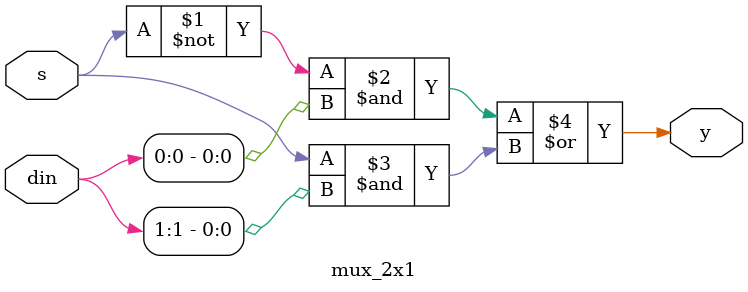
<source format=v>
/*
data flow model of a 2x1 mux
*/

module mux_2x1(input[1:0] din, input s, output y);

    assign y = ((~s)&din[0])|((s)&din[1]); 

endmodule
</source>
